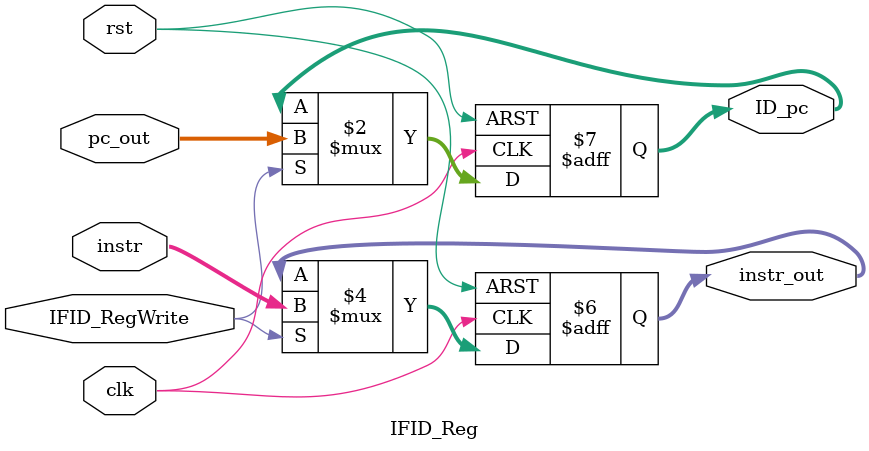
<source format=sv>
module IFID_Reg (
	input clk,
	input rst,
	input [31:0] instr,
	input [31:0] pc_out,
	input IFID_RegWrite,
	//input CtrlFlush,
	output reg [31:0] instr_out,
	output reg [31:0] ID_pc
);

always@(posedge clk or posedge rst) begin
	if(rst)begin
		ID_pc <= 0;
		instr_out <= 0;
	end
	else begin
		if(IFID_RegWrite)begin//~CtrlFlush
			ID_pc <= pc_out;
			instr_out <= instr;
		end
	end
end

//assign ID_pc = pc_out;
//assign instr_out = instr;
	
endmodule
</source>
